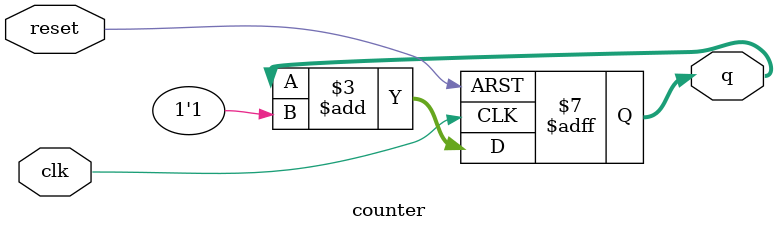
<source format=v>
module counter( 
    input clk,
    input reset,
    output reg [3:0] q
); 
// update q on the positive edge of the clock according to the following cases:
// on reset, assign q to 1
// else if q is 12, assign q to 1
// else, increment q by 1 
always @(posedge clk or posedge reset)
begin
	if(reset) // case of reset
	q <= #1 4'b0001;
	else if(q == 12'b1011111111) // case of q==12
	q <= #1 4'b0001;
	else 
	q <= #1 q + 1'b1; // case of q != 12
end
endmodule

</source>
